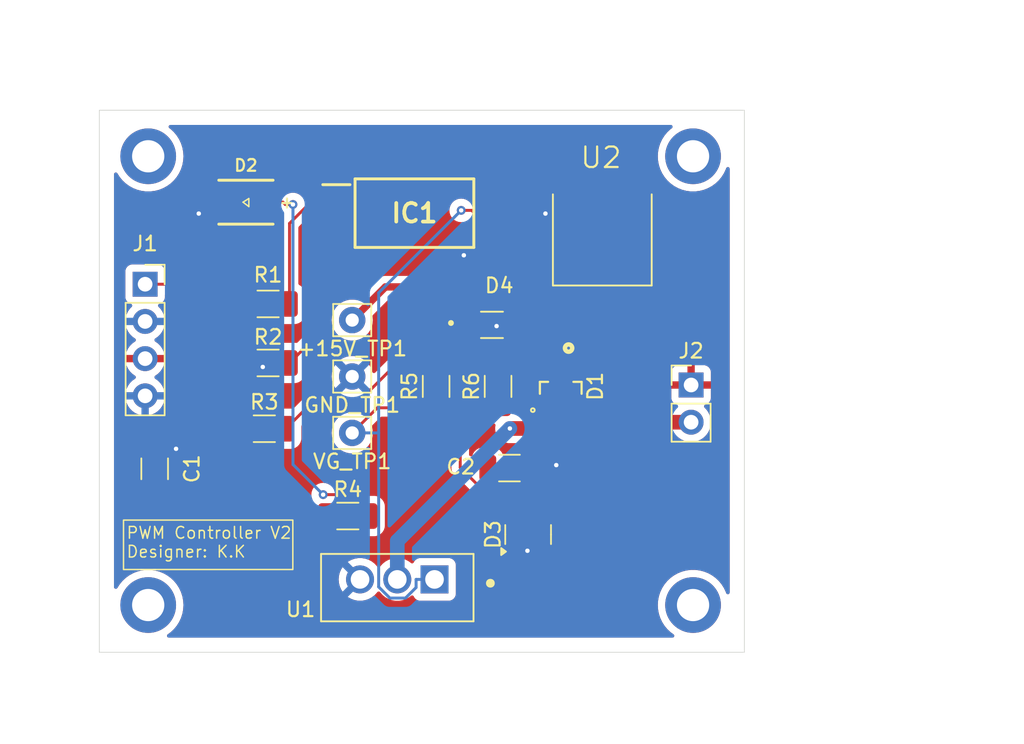
<source format=kicad_pcb>
(kicad_pcb (version 20240108) (generator "pcbnew") (generator_version "8.0")
  (title_block (title "Heater Control Circuit") (date "2024-11-12") (rev "1") (company "K.K"))
  (layers (0 "F.Cu" signal) (31 "B.Cu" signal) (34 "B.Paste" user) (35 "F.Paste" user) (36 "B.SilkS" user "B.Silkscreen") (37 "F.SilkS" user "F.Silkscreen") (38 "B.Mask" user) (39 "F.Mask" user) (44 "Edge.Cuts" user))
  (net 0 "")
  (net 1 "GND")
  (net 2 "+24V")
  (net 3 "/Vdrain")
  (net 4 "/PWM input")
  (net 5 "Net-(IC1-CATHODE)")
  (net 6 "Net-(IC1-ANODE)")
  (net 7 "/+15V")
  (net 8 "/VG")
  (net 11 "Net-(D2-Pad2)")
  (net 13 "Net-(D3-K)")
  (net 14 "Net-(D4-Pad1)")
  (net 15 "Net-(D1-Pad3)")
  (footprint "Capacitor_SMD:C_1206_3216Metric" (layer "F.Cu") (at 99.45 101.85 90)
    (property "Reference" "C1" (at 0 2.54 -90) (layer "F.SilkS"))
    (property "Value" "0.1uF")
    (fp_line (start -0.711252 -0.91) (end 0.711252 -0.91) (stroke (width 0.12)) (layer "F.SilkS"))
    (fp_line (start -0.711252 0.91) (end 0.711252 0.91) (stroke (width 0.12)) (layer "F.SilkS"))
    (pad "1" smd roundrect (at -1.475 0 90) (size 1.15 1.8) (layers "F.Cu" "F.Paste" "F.Mask") (roundrect_rratio 0.217391) (net 2 "+24V"))
    (pad "2" smd roundrect (at 1.475 0 90) (size 1.15 1.8) (layers "F.Cu" "F.Paste" "F.Mask") (roundrect_rratio 0.217391) (net 1 "GND"))
  )
  (footprint "MountingHole:MountingHole_2.2mm_M2_DIN965_Pad" (layer "F.Cu") (at 136.175 111.15)
    (property "Reference" "H4" (hide yes))
    (property "Value" "MountingHole_Pad_MP")
    (pad "1" thru_hole circle (at 0 0) (size 3.8 3.8) (drill 2.2) (layers "*.Cu" "*.Mask"))
  )
  (footprint "WL-SMTW_3528:WL-SMTW_3528" (layer "F.Cu") (at 105.675 83.65)
    (property "Reference" "D2" (at 0 -2.508 0) (layer "F.SilkS") (effects (font (size 0.8 0.8))))
    (property "Value" "KA-3528SGT")
    (fp_line (start -1.85 -1.5) (end 1.85 -1.5) (stroke (width 0.2)) (layer "F.SilkS"))
    (fp_line (start -0.2 0) (end 0.2 -0.25) (stroke (width 0.1)) (layer "F.SilkS"))
    (fp_line (start 0.2 -0.25) (end 0.2 0.3) (stroke (width 0.1)) (layer "F.SilkS"))
    (fp_line (start 0.2 0.3) (end -0.2 0) (stroke (width 0.1)) (layer "F.SilkS"))
    (fp_line (start 1.85 1.5) (end -1.85 1.5) (stroke (width 0.2)) (layer "F.SilkS"))
    (fp_text user "+" (at 2.8 0 0) (layer "F.SilkS") (effects (font (size 0.8 0.8))))
    (pad "1" smd rect (at -1.425 0) (size 1.6 2.4) (layers "F.Cu" "F.Paste" "F.Mask") (net 1 "GND"))
    (pad "2" smd rect (at 1.425 0) (size 1.6 2.4) (layers "F.Cu" "F.Paste" "F.Mask") (net 11 "Net-(D2-Pad2)"))
  )
  (footprint "Connector_Pin:Pin_D0.9mm_L10.0mm_W2.4mm_FlatFork" (layer "F.Cu") (at 112.925 99.4)
    (property "Reference" "VG_TP1" (at 0 1.95 0) (layer "F.SilkS"))
    (property "Value" "TestPoint")
    (fp_line (start -1.3 -1.1) (end -1.3 0.6) (stroke (width 0.12)) (layer "F.SilkS"))
    (fp_line (start -1.3 0.6) (end -1.3 1.1) (stroke (width 0.12)) (layer "F.SilkS"))
    (fp_line (start -1.3 1.1) (end 1.3 1.1) (stroke (width 0.12)) (layer "F.SilkS"))
    (fp_line (start 1.3 -1.1) (end -1.3 -1.1) (stroke (width 0.12)) (layer "F.SilkS"))
    (fp_line (start 1.3 1.1) (end 1.3 -1.1) (stroke (width 0.12)) (layer "F.SilkS"))
    (pad "1" thru_hole circle (at 0 0) (size 1.8 1.8) (drill 0.9) (layers "*.Cu" "*.Mask") (net 8 "/VG"))
  )
  (footprint "Connector_Pin:Pin_D0.9mm_L10.0mm_W2.4mm_FlatFork" (layer "F.Cu") (at 112.925 95.55)
    (property "Reference" "GND_TP1" (at 0 1.95 0) (layer "F.SilkS"))
    (property "Value" "TestPoint")
    (fp_line (start -1.3 -1.1) (end -1.3 0.6) (stroke (width 0.12)) (layer "F.SilkS"))
    (fp_line (start -1.3 0.6) (end -1.3 1.1) (stroke (width 0.12)) (layer "F.SilkS"))
    (fp_line (start -1.3 1.1) (end 1.3 1.1) (stroke (width 0.12)) (layer "F.SilkS"))
    (fp_line (start 1.3 -1.1) (end -1.3 -1.1) (stroke (width 0.12)) (layer "F.SilkS"))
    (fp_line (start 1.3 1.1) (end 1.3 -1.1) (stroke (width 0.12)) (layer "F.SilkS"))
    (pad "1" thru_hole circle (at 0 0) (size 1.8 1.8) (drill 0.9) (layers "*.Cu" "*.Mask") (net 1 "GND"))
  )
  (footprint "Connector_Pin:Pin_D0.9mm_L10.0mm_W2.4mm_FlatFork" (layer "F.Cu") (at 112.925 91.7)
    (property "Reference" "+15V_TP1" (at 0 1.95 0) (layer "F.SilkS"))
    (property "Value" "TestPoint")
    (fp_line (start -1.3 -1.1) (end -1.3 0.6) (stroke (width 0.12)) (layer "F.SilkS"))
    (fp_line (start -1.3 0.6) (end -1.3 1.1) (stroke (width 0.12)) (layer "F.SilkS"))
    (fp_line (start -1.3 1.1) (end 1.3 1.1) (stroke (width 0.12)) (layer "F.SilkS"))
    (fp_line (start 1.3 -1.1) (end -1.3 -1.1) (stroke (width 0.12)) (layer "F.SilkS"))
    (fp_line (start 1.3 1.1) (end 1.3 -1.1) (stroke (width 0.12)) (layer "F.SilkS"))
    (pad "1" thru_hole circle (at 0 0) (size 1.8 1.8) (drill 0.9) (layers "*.Cu" "*.Mask") (net 7 "/+15V"))
  )
  (footprint "Resistor_SMD:R_1206_3216Metric" (layer "F.Cu") (at 106.93 99.115)
    (property "Reference" "R3" (at 0 -1.82 0) (layer "F.SilkS"))
    (property "Value" "2.4k")
    (fp_line (start -0.727064 -0.91) (end 0.727064 -0.91) (stroke (width 0.12)) (layer "F.SilkS"))
    (fp_line (start -0.727064 0.91) (end 0.727064 0.91) (stroke (width 0.12)) (layer "F.SilkS"))
    (pad "1" smd roundrect (at -1.4625 0) (size 1.125 1.75) (layers "F.Cu" "F.Paste" "F.Mask") (roundrect_rratio 0.222222) (net 2 "+24V"))
    (pad "2" smd roundrect (at 1.4625 0) (size 1.125 1.75) (layers "F.Cu" "F.Paste" "F.Mask") (roundrect_rratio 0.222222) (net 15 "Net-(D1-Pad3)"))
  )
  (footprint "BAS70-7:SOT23" (layer "F.Cu") (at 127.15 96.575 90)
    (property "Reference" "D1" (at 0.3538 2.354 -90) (layer "F.SilkS") (effects (font (size 1.001362 1.001362))))
    (property "Value" "PMEG3005ET-QR")
    (fp_line (start 0.6604 -1.4224) (end 0.6604 -0.8636) (stroke (width 0.1524)) (layer "F.SilkS"))
    (fp_line (start -0.1524 -1.4224) (end 0.6604 -1.4224) (stroke (width 0.1524)) (layer "F.SilkS"))
    (fp_line (start 0.6604 0.8636) (end 0.6604 1.4224) (stroke (width 0.1524)) (layer "F.SilkS"))
    (fp_line (start 0.6604 1.4224) (end -0.1524 1.4224) (stroke (width 0.1524)) (layer "F.SilkS"))
    (fp_circle (center -1.27 -1.905) (end -1.143 -1.905) (stroke (width 0.127)) (fill none) (layer "F.SilkS"))
    (pad "1" smd rect (at -1.1 -0.95 90) (size 1.4 1) (layers "F.Cu" "F.Paste" "F.Mask") (net 3 "/Vdrain"))
    (pad "2" smd rect (at -1.1 0.95 90) (size 1.4 1) (layers "F.Cu" "F.Paste" "F.Mask"))
    (pad "3" smd rect (at 1.1 0 90) (size 1.4 1) (layers "F.Cu" "F.Paste" "F.Mask") (net 15 "Net-(D1-Pad3)"))
  )
  (footprint "UCC23513QDWYRQ1:SOIC127P1150X355-6N" (layer "F.Cu") (at 117.17 84.4)
    (property "Reference" "IC1" (at 0 0 0) (layer "F.SilkS") (effects (font (size 1.27 1.27) (thickness 0.254))))
    (property "Value" "UCC23513QDWYRQ1" (hide yes))
    (fp_line (start -6.25 -1.945) (end -4.4 -1.945) (stroke (width 0.2)) (layer "F.SilkS"))
    (fp_line (start -4.05 -2.34) (end 4.05 -2.34) (stroke (width 0.2)) (layer "F.SilkS"))
    (fp_line (start -4.05 2.34) (end -4.05 -2.34) (stroke (width 0.2)) (layer "F.SilkS"))
    (fp_line (start 4.05 -2.34) (end 4.05 2.34) (stroke (width 0.2)) (layer "F.SilkS"))
    (fp_line (start 4.05 2.34) (end -4.05 2.34) (stroke (width 0.2)) (layer "F.SilkS"))
    (pad "1" smd rect (at -5.325 -1.27 90) (size 0.65 1.85) (layers "F.Cu" "F.Paste" "F.Mask") (net 6 "Net-(IC1-ANODE)"))
    (pad "2" smd rect (at -5.325 0 90) (size 0.65 1.85) (layers "F.Cu" "F.Paste" "F.Mask"))
    (pad "3" smd rect (at -5.325 1.27 90) (size 0.65 1.85) (layers "F.Cu" "F.Paste" "F.Mask") (net 5 "Net-(IC1-CATHODE)"))
    (pad "4" smd rect (at 5.325 1.27 90) (size 0.65 1.85) (layers "F.Cu" "F.Paste" "F.Mask") (net 1 "GND"))
    (pad "5" smd rect (at 5.325 0 90) (size 0.65 1.85) (layers "F.Cu" "F.Paste" "F.Mask") (net 8 "/VG"))
    (pad "6" smd rect (at 5.325 -1.27 90) (size 0.65 1.85) (layers "F.Cu" "F.Paste" "F.Mask") (net 7 "/+15V"))
  )
  (footprint "Resistor_SMD:R_1206_3216Metric" (layer "F.Cu") (at 107.1875 90.595)
    (property "Reference" "R1" (at -0.01 -1.98 0) (layer "F.SilkS"))
    (property "Value" "130R")
    (fp_line (start -0.727064 -0.91) (end 0.727064 -0.91) (stroke (width 0.12)) (layer "F.SilkS"))
    (fp_line (start -0.727064 0.91) (end 0.727064 0.91) (stroke (width 0.12)) (layer "F.SilkS"))
    (pad "1" smd roundrect (at -1.4625 0) (size 1.125 1.75) (layers "F.Cu" "F.Paste" "F.Mask") (roundrect_rratio 0.222222) (net 4 "/PWM input"))
    (pad "2" smd roundrect (at 1.4625 0) (size 1.125 1.75) (layers "F.Cu" "F.Paste" "F.Mask") (roundrect_rratio 0.222222) (net 6 "Net-(IC1-ANODE)"))
  )
  (footprint "Connector_PinSocket_2.54mm:PinSocket_1x04_P2.54mm_Vertical" (layer "F.Cu") (at 98.8 89.25)
    (property "Reference" "J1" (at 0 -2.77 0) (layer "F.SilkS"))
    (property "Value" "Conn_01x04_Pin")
    (fp_line (start -1.33 1.27) (end -1.33 8.95) (stroke (width 0.12)) (layer "F.SilkS"))
    (fp_line (start -1.33 1.27) (end 1.33 1.27) (stroke (width 0.12)) (layer "F.SilkS"))
    (fp_line (start -1.33 8.95) (end 1.33 8.95) (stroke (width 0.12)) (layer "F.SilkS"))
    (fp_line (start 0 -1.33) (end 1.33 -1.33) (stroke (width 0.12)) (layer "F.SilkS"))
    (fp_line (start 1.33 -1.33) (end 1.33 0) (stroke (width 0.12)) (layer "F.SilkS"))
    (fp_line (start 1.33 1.27) (end 1.33 8.95) (stroke (width 0.12)) (layer "F.SilkS"))
    (pad "1" thru_hole rect (at 0 0) (size 1.7 1.7) (drill 1) (layers "*.Cu" "*.Mask") (net 4 "/PWM input"))
    (pad "2" thru_hole oval (at 0 2.54) (size 1.7 1.7) (drill 1) (layers "*.Cu" "*.Mask") (net 1 "GND"))
    (pad "3" thru_hole oval (at 0 5.08) (size 1.7 1.7) (drill 1) (layers "*.Cu" "*.Mask") (net 2 "+24V"))
    (pad "4" thru_hole oval (at 0 7.62) (size 1.7 1.7) (drill 1) (layers "*.Cu" "*.Mask") (net 1 "GND"))
  )
  (footprint "MountingHole:MountingHole_2.2mm_M2_DIN965_Pad" (layer "F.Cu") (at 99.0092 80.5172)
    (property "Reference" "H1" (hide yes))
    (property "Value" "MountingHole_Pad_MP")
    (pad "1" thru_hole circle (at 0 0) (size 3.8 3.8) (drill 2.2) (layers "*.Cu" "*.Mask"))
  )
  (footprint "Resistor_SMD:R_1206_3216Metric" (layer "F.Cu") (at 122.875 96.225 90)
    (property "Reference" "R6" (at 0 -1.82 -90) (layer "F.SilkS"))
    (property "Value" "1.1k")
    (fp_line (start -0.727064 -0.91) (end 0.727064 -0.91) (stroke (width 0.12)) (layer "F.SilkS"))
    (fp_line (start -0.727064 0.91) (end 0.727064 0.91) (stroke (width 0.12)) (layer "F.SilkS"))
    (pad "1" smd roundrect (at -1.4625 0 90) (size 1.125 1.75) (layers "F.Cu" "F.Paste" "F.Mask") (roundrect_rratio 0.222222) (net 2 "+24V"))
    (pad "2" smd roundrect (at 1.4625 0 90) (size 1.125 1.75) (layers "F.Cu" "F.Paste" "F.Mask") (roundrect_rratio 0.222222) (net 14 "Net-(D4-Pad1)"))
  )
  (footprint "MountingHole:MountingHole_2.2mm_M2_DIN965_Pad" (layer "F.Cu") (at 136.175 80.5172)
    (property "Reference" "H2" (hide yes))
    (property "Value" "MountingHole_Pad_MP")
    (pad "1" thru_hole circle (at 0 0) (size 3.8 3.8) (drill 2.2) (layers "*.Cu" "*.Mask"))
  )
  (footprint "Resistor_SMD:R_1206_3216Metric" (layer "F.Cu") (at 112.625 105.075)
    (property "Reference" "R4" (at 0 -1.82 0) (layer "F.SilkS"))
    (property "Value" "1.1k")
    (fp_line (start -0.727064 -0.91) (end 0.727064 -0.91) (stroke (width 0.12)) (layer "F.SilkS"))
    (fp_line (start -0.727064 0.91) (end 0.727064 0.91) (stroke (width 0.12)) (layer "F.SilkS"))
    (pad "1" smd roundrect (at -1.4625 0) (size 1.125 1.75) (layers "F.Cu" "F.Paste" "F.Mask") (roundrect_rratio 0.222222) (net 2 "+24V"))
    (pad "2" smd roundrect (at 1.4625 0) (size 1.125 1.75) (layers "F.Cu" "F.Paste" "F.Mask") (roundrect_rratio 0.222222) (net 11 "Net-(D2-Pad2)"))
  )
  (footprint "STP55NF06L:TO254P1040X460X1935-3" (layer "F.Cu") (at 118.54 109.4 180)
    (property "Reference" "U1" (at 9.14 -2.05 180) (layer "F.SilkS"))
    (property "Value" "STP55NF06L")
    (fp_line (start 7.74 1.74) (end -2.66 1.74) (stroke (width 0.127)) (layer "F.SilkS"))
    (fp_line (start 7.74 -2.86) (end 7.74 1.74) (stroke (width 0.127)) (layer "F.SilkS"))
    (fp_line (start -2.66 1.74) (end -2.66 -2.86) (stroke (width 0.127)) (layer "F.SilkS"))
    (fp_line (start -2.66 -2.86) (end 7.74 -2.86) (stroke (width 0.127)) (layer "F.SilkS"))
    (fp_circle (center -3.81 -0.26) (end -3.66 -0.26) (stroke (width 0.3)) (fill none) (layer "F.SilkS"))
    (pad "1" thru_hole rect (at 0 0 180) (size 1.91 1.91) (drill 1.27) (layers "*.Cu" "*.Mask") (net 8 "/VG"))
    (pad "2" thru_hole circle (at 2.54 0 180) (size 1.91 1.91) (drill 1.27) (layers "*.Cu" "*.Mask") (net 3 "/Vdrain"))
    (pad "3" thru_hole circle (at 5.08 0 180) (size 1.91 1.91) (drill 1.27) (layers "*.Cu" "*.Mask") (net 1 "GND"))
  )
  (footprint "MC7805BDTRKG:DPAK229P990X238-4N" (layer "F.Cu") (at 129.985 87.21)
    (property "Reference" "U2" (at -0.0876 -6.6006 0) (layer "F.SilkS") (effects (font (size 1.4 1.4))))
    (property "Value" "MC7815CDTRKG")
    (fp_line (start -3.37 2.128) (end -3.37 -4.093) (stroke (width 0.127)) (layer "F.SilkS"))
    (fp_line (start 3.37 -4.093) (end 3.37 2.128) (stroke (width 0.127)) (layer "F.SilkS"))
    (fp_line (start 3.37 2.128) (end -3.37 2.128) (stroke (width 0.127)) (layer "F.SilkS"))
    (fp_circle (center -2.3 6.4) (end -2.2 6.4) (stroke (width 0.3)) (fill none) (layer "F.SilkS"))
    (pad "1" smd rect (at -2.29 4.14) (size 0.97 2.83) (layers "F.Cu" "F.Paste" "F.Mask") (net 2 "+24V"))
    (pad "2" smd rect (at 0 -2.51) (size 5.63 6.09) (layers "F.Cu" "F.Mask") (net 1 "GND"))
    (pad "3" smd rect (at 2.29 4.14) (size 0.97 2.83) (layers "F.Cu" "F.Paste" "F.Mask") (net 7 "/+15V"))
  )
  (footprint "Capacitor_SMD:C_1206_3216Metric" (layer "F.Cu") (at 123.65 101.8)
    (property "Reference" "C2" (at -3.3214 -0.0866 0) (layer "F.SilkS"))
    (property "Value" "0.33uF")
    (fp_line (start -0.711252 -0.91) (end 0.711252 -0.91) (stroke (width 0.12)) (layer "F.SilkS"))
    (fp_line (start -0.711252 0.91) (end 0.711252 0.91) (stroke (width 0.12)) (layer "F.SilkS"))
    (pad "1" smd roundrect (at -1.475 0) (size 1.15 1.8) (layers "F.Cu" "F.Paste" "F.Mask") (roundrect_rratio 0.217391) (net 2 "+24V"))
    (pad "2" smd roundrect (at 1.475 0) (size 1.15 1.8) (layers "F.Cu" "F.Paste" "F.Mask") (roundrect_rratio 0.217391) (net 1 "GND"))
  )
  (footprint "Resistor_SMD:R_1206_3216Metric" (layer "F.Cu") (at 107.1875 94.625)
    (property "Reference" "R2" (at 0 -1.77 0) (layer "F.SilkS"))
    (property "Value" "130R")
    (fp_line (start -0.727064 -0.91) (end 0.727064 -0.91) (stroke (width 0.12)) (layer "F.SilkS"))
    (fp_line (start -0.727064 0.91) (end 0.727064 0.91) (stroke (width 0.12)) (layer "F.SilkS"))
    (pad "1" smd roundrect (at -1.4625 0) (size 1.125 1.75) (layers "F.Cu" "F.Paste" "F.Mask") (roundrect_rratio 0.222222) (net 1 "GND"))
    (pad "2" smd roundrect (at 1.4625 0) (size 1.125 1.75) (layers "F.Cu" "F.Paste" "F.Mask") (roundrect_rratio 0.222222) (net 5 "Net-(IC1-CATHODE)"))
  )
  (footprint "Resistor_SMD:R_1206_3216Metric" (layer "F.Cu") (at 118.65 96.225 90)
    (property "Reference" "R5" (at 0 -1.82 -90) (layer "F.SilkS"))
    (property "Value" "15k")
    (fp_line (start -0.727064 -0.91) (end 0.727064 -0.91) (stroke (width 0.12)) (layer "F.SilkS"))
    (fp_line (start -0.727064 0.91) (end 0.727064 0.91) (stroke (width 0.12)) (layer "F.SilkS"))
    (pad "1" smd roundrect (at -1.4625 0 90) (size 1.125 1.75) (layers "F.Cu" "F.Paste" "F.Mask") (roundrect_rratio 0.222222) (net 8 "/VG"))
    (pad "2" smd roundrect (at 1.4625 0 90) (size 1.125 1.75) (layers "F.Cu" "F.Paste" "F.Mask") (roundrect_rratio 0.222222) (net 13 "Net-(D3-K)"))
  )
  (footprint "BZD27C10P:SODFL3618X143N" (layer "F.Cu") (at 122.4567 92.025)
    (property "Reference" "D4" (at 0.495 -2.685 0) (layer "F.SilkS"))
    (property "Value" "BZD27C24P R3G")
    (fp_line (start -0.75 -0.9) (end 0.75 -0.9) (stroke (width 0.127)) (layer "F.SilkS"))
    (fp_line (start -0.75 0.9) (end 0.75 0.9) (stroke (width 0.127)) (layer "F.SilkS"))
    (fp_circle (center -2.795 -0.127) (end -2.695 -0.127) (stroke (width 0.2)) (fill none) (layer "F.SilkS"))
    (pad "1" smd rect (at -1.55 0) (size 1.11 1.22) (layers "F.Cu" "F.Paste" "F.Mask") (net 14 "Net-(D4-Pad1)"))
    (pad "2" smd rect (at 1.55 0) (size 1.11 1.22) (layers "F.Cu" "F.Paste" "F.Mask") (net 1 "GND"))
  )
  (footprint "Package_TO_SOT_SMD:SOT-23" (layer "F.Cu") (at 124.925 106.3375 90)
    (property "Reference" "D3" (at 0 -2.4 90) (layer "F.SilkS"))
    (property "Value" "BZX84C15")
    (fp_line (start 0 -1.56) (end 0.65 -1.56) (stroke (width 0.12)) (layer "F.SilkS"))
    (fp_line (start 0 -1.56) (end -0.65 -1.56) (stroke (width 0.12)) (layer "F.SilkS"))
    (fp_line (start 0 1.56) (end 0.65 1.56) (stroke (width 0.12)) (layer "F.SilkS"))
    (fp_line (start 0 1.56) (end -0.65 1.56) (stroke (width 0.12)) (layer "F.SilkS"))
    (fp_poly (pts (xy -1.1625 -1.51) (xy -1.4025 -1.84) (xy -0.9225 -1.84) (xy -1.1625 -1.51)) (stroke (width 0.12)) (fill solid) (layer "F.SilkS"))
    (pad "1" smd roundrect (at -0.9375 -0.95 90) (size 1.475 0.6) (layers "F.Cu" "F.Paste" "F.Mask") (net 1 "GND"))
    (pad "2" smd roundrect (at -0.9375 0.95 90) (size 1.475 0.6) (layers "F.Cu" "F.Paste" "F.Mask"))
    (pad "3" smd roundrect (at 0.9375 0 90) (size 1.475 0.6) (layers "F.Cu" "F.Paste" "F.Mask") (net 13 "Net-(D3-K)"))
  )
  (footprint "MountingHole:MountingHole_2.2mm_M2_DIN965_Pad" (layer "F.Cu") (at 99.0092 111.15)
    (property "Reference" "H3" (hide yes))
    (property "Value" "MountingHole_Pad_MP")
    (pad "1" thru_hole circle (at 0 0) (size 3.8 3.8) (drill 2.2) (layers "*.Cu" "*.Mask"))
  )
  (footprint "Connector_PinHeader_2.54mm:PinHeader_1x02_P2.54mm_Vertical" (layer "F.Cu") (at 136.0424 96.1296)
    (property "Reference" "J2" (at 0 -2.33 0) (layer "F.SilkS"))
    (property "Value" "Conn_01x02_Pin")
    (fp_line (start -1.33 -1.33) (end 0 -1.33) (stroke (width 0.12)) (layer "F.SilkS"))
    (fp_line (start -1.33 0) (end -1.33 -1.33) (stroke (width 0.12)) (layer "F.SilkS"))
    (fp_line (start -1.33 1.27) (end -1.33 3.87) (stroke (width 0.12)) (layer "F.SilkS"))
    (fp_line (start -1.33 1.27) (end 1.33 1.27) (stroke (width 0.12)) (layer "F.SilkS"))
    (fp_line (start -1.33 3.87) (end 1.33 3.87) (stroke (width 0.12)) (layer "F.SilkS"))
    (fp_line (start 1.33 1.27) (end 1.33 3.87) (stroke (width 0.12)) (layer "F.SilkS"))
    (pad "1" thru_hole rect (at 0 0) (size 1.7 1.7) (drill 1) (layers "*.Cu" "*.Mask") (net 2 "+24V"))
    (pad "2" thru_hole oval (at 0 2.54) (size 1.7 1.7) (drill 1) (layers "*.Cu" "*.Mask") (net 3 "/Vdrain"))
  )
  (gr_rect (start 97.325 105.35) (end 108.875 108.725) (stroke (width 0.1)) (fill none) (layer "F.SilkS"))
  (gr_rect (start 95.675 77.375) (end 139.675 114.375) (stroke (width 0.05)) (fill none) (layer "Edge.Cuts"))
  (gr_text "PWM Controller V2\nDesigner: K.K" (at 97.475 107.975 0) (layer "F.SilkS") (effects (font (size 0.8 0.8) (thickness 0.1)) (justify left bottom)))
  (segment (start 125.3272 101.5978) (end 125.125 101.8) (width 0.5) (layer "F.Cu") (net 1))
  (segment (start 99.5604 100.4854) (end 99.45 100.375) (width 0.5) (layer "F.Cu") (net 1))
  (segment (start 100.9097 100.4854) (end 99.5604 100.4854) (width 0.5) (layer "F.Cu") (net 1))
  (segment (start 122.495 85.67) (end 121.1183 85.67) (width 0.5) (layer "F.Cu") (net 1))
  (segment (start 124.8773 107.4449) (end 124.1449 107.4449) (width 0.5) (layer "F.Cu") (net 1))
  (segment (start 126.4465 84.4282) (end 126.7183 84.7) (width 0.5) (layer "F.Cu") (net 1))
  (segment (start 122.9164 92.1086) (end 123 92.025) (width 0.5) (layer "F.Cu") (net 1))
  (segment (start 122.7735 92.1086) (end 122.9164 92.1086) (width 0.5) (layer "F.Cu") (net 1))
  (segment (start 126.8449 101.5978) (end 125.3272 101.5978) (width 0.5) (layer "F.Cu") (net 1))
  (segment (start 102.4592 84.4282) (end 102.9983 83.8891) (width 0.5) (layer "F.Cu") (net 1))
  (segment (start 120.5398 86.2485) (end 121.1183 85.67) (width 0.5) (layer "F.Cu") (net 1))
  (segment (start 126.106 84.4282) (end 126.4465 84.4282) (width 0.5) (layer "F.Cu") (net 1))
  (segment (start 124.1449 107.4449) (end 123.975 107.275) (width 0.5) (layer "F.Cu") (net 1))
  (segment (start 106.8252 94.8988) (end 105.9988 94.8988) (width 0.5) (layer "F.Cu") (net 1))
  (segment (start 124.0067 92.025) (end 123 92.025) (width 0.5) (layer "F.Cu") (net 1))
  (segment (start 104.25 83.65) (end 102.9983 83.65) (width 0.5) (layer "F.Cu") (net 1))
  (segment (start 120.5398 87.2757) (end 120.5398 86.2485) (width 0.5) (layer "F.Cu") (net 1))
  (segment (start 102.9983 83.8891) (end 102.9983 83.65) (width 0.5) (layer "F.Cu") (net 1))
  (segment (start 105.9988 94.8988) (end 105.725 94.625) (width 0.5) (layer "F.Cu") (net 1))
  (segment (start 129.985 84.7) (end 126.7183 84.7) (width 0.5) (layer "F.Cu") (net 1))
  (via (at 102.4592 84.4282) (size 0.6) (drill 0.3) (layers "F.Cu" "B.Cu") (net 1))
  (via (at 126.8449 101.5978) (size 0.6) (drill 0.3) (layers "F.Cu" "B.Cu") (net 1))
  (via (at 122.7735 92.1086) (size 0.6) (drill 0.3) (layers "F.Cu" "B.Cu") (net 1))
  (via (at 120.5398 87.2757) (size 0.6) (drill 0.3) (layers "F.Cu" "B.Cu") (net 1))
  (via (at 100.9097 100.4854) (size 0.6) (drill 0.3) (layers "F.Cu" "B.Cu") (net 1))
  (via (at 126.106 84.4282) (size 0.6) (drill 0.3) (layers "F.Cu" "B.Cu") (net 1))
  (via (at 124.8773 107.4449) (size 0.6) (drill 0.3) (layers "F.Cu" "B.Cu") (net 1))
  (via (at 106.8252 94.8988) (size 0.6) (drill 0.3) (layers "F.Cu" "B.Cu") (net 1))
  (segment (start 136.0424 98.6696) (end 134.4907 98.6696) (width 1) (layer "F.Cu") (net 3))
  (segment (start 123.6802 99.0974) (end 126.1793 99.0974) (width 1) (layer "F.Cu") (net 3))
  (segment (start 126.2 97.675) (end 126.2 99.0767) (width 1) (layer "F.Cu") (net 3))
  (segment (start 134.4907 98.6696) (end 134.0836 99.0767) (width 1) (layer "F.Cu") (net 3))
  (segment (start 126.1793 99.0974) (end 126.2 99.0767) (width 1) (layer "F.Cu") (net 3))
  (segment (start 134.0836 99.0767) (end 126.2 99.0767) (width 1) (layer "F.Cu") (net 3))
  (via (at 123.6802 99.0974) (size 0.6) (drill 0.3) (layers "F.Cu" "B.Cu") (net 3))
  (segment (start 116 109.4) (end 116 106.7776) (width 1) (layer "B.Cu") (net 3))
  (segment (start 116 106.7776) (end 123.6802 99.0974) (width 1) (layer "B.Cu") (net 3))
  (segment (start 104.38 89.25) (end 105.725 90.595) (width 0.2) (layer "F.Cu") (net 4))
  (segment (start 98.8 89.25) (end 104.38 89.25) (width 0.2) (layer "F.Cu") (net 4))
  (segment (start 110.6183 85.67) (end 110.6183 92.6567) (width 0.2) (layer "F.Cu") (net 5))
  (segment (start 110.6183 92.6567) (end 108.65 94.625) (width 0.2) (layer "F.Cu") (net 5))
  (segment (start 111.845 85.67) (end 110.6183 85.67) (width 0.2) (layer "F.Cu") (net 5))
  (segment (start 111.845 83.13) (end 110.6183 83.13) (width 0.2) (layer "F.Cu") (net 6))
  (segment (start 108.65 85.0983) (end 108.65 90.595) (width 0.2) (layer "F.Cu") (net 6))
  (segment (start 110.6183 83.13) (end 108.65 85.0983) (width 0.2) (layer "F.Cu") (net 6))
  (segment (start 123.8717 89.4341) (end 115.1909 89.4341) (width 0.5) (layer "F.Cu") (net 7))
  (segment (start 129.4224 89.4341) (end 123.8717 89.4341) (width 0.5) (layer "F.Cu") (net 7))
  (segment (start 123.8717 83.13) (end 123.8717 89.4341) (width 0.5) (layer "F.Cu") (net 7))
  (segment (start 122.495 83.13) (end 123.8717 83.13) (width 0.5) (layer "F.Cu") (net 7))
  (segment (start 132.275 91.35) (end 131.3383 91.35) (width 0.5) (layer "F.Cu") (net 7))
  (segment (start 131.3383 91.35) (end 129.4224 89.4341) (width 0.5) (layer "F.Cu") (net 7))
  (segment (start 115.1909 89.4341) (end 112.925 91.7) (width 0.5) (layer "F.Cu") (net 7))
  (segment (start 121.077 84.2087) (end 121.2683 84.4) (width 0.2) (layer "F.Cu") (net 8))
  (segment (start 120.3593 84.2087) (end 121.077 84.2087) (width 0.2) (layer "F.Cu") (net 8))
  (segment (start 114.6375 97.6875) (end 118.65 97.6875) (width 0.2) (layer "F.Cu") (net 8))
  (segment (start 122.495 84.4) (end 121.2683 84.4) (width 0.2) (layer "F.Cu") (net 8))
  (segment (start 112.925 99.4) (end 114.6375 97.6875) (width 0.2) (layer "F.Cu") (net 8))
  (via (at 120.3593 84.2087) (size 0.6) (drill 0.3) (layers "F.Cu" "B.Cu") (net 8))
  (segment (start 114.73 89.838) (end 120.3593 84.2087) (width 0.2) (layer "B.Cu") (net 8))
  (segment (start 118.54 109.4) (end 117.2833 109.4) (width 0.2) (layer "B.Cu") (net 8))
  (segment (start 117.2833 109.9498) (end 116.5601 110.673) (width 0.2) (layer "B.Cu") (net 8))
  (segment (start 114.73 99.4) (end 114.73 89.838) (width 0.2) (layer "B.Cu") (net 8))
  (segment (start 117.2833 109.4) (end 117.2833 109.9498) (width 0.2) (layer "B.Cu") (net 8))
  (segment (start 116.5601 110.673) (end 115.4929 110.673) (width 0.2) (layer "B.Cu") (net 8))
  (segment (start 114.73 99.4) (end 112.925 99.4) (width 0.2) (layer "B.Cu") (net 8))
  (segment (start 115.4929 110.673) (end 114.73 109.9101) (width 0.2) (layer "B.Cu") (net 8))
  (segment (start 114.73 109.9101) (end 114.73 99.4) (width 0.2) (layer "B.Cu") (net 8))
  (segment (start 108.359 83.8073) (end 108.2017 83.65) (width 0.2) (layer "F.Cu") (net 11))
  (segment (start 112.6263 103.6138) (end 110.9437 103.6138) (width 0.2) (layer "F.Cu") (net 11))
  (segment (start 114.0875 105.075) (end 112.6263 103.6138) (width 0.2) (layer "F.Cu") (net 11))
  (segment (start 107.1 83.65) (end 108.2017 83.65) (width 0.2) (layer "F.Cu") (net 11))
  (segment (start 108.8844 83.8073) (end 108.359 83.8073) (width 0.2) (layer "F.Cu") (net 11))
  (via (at 110.9437 103.6138) (size 0.6) (drill 0.3) (layers "F.Cu" "B.Cu") (net 11))
  (via (at 108.8844 83.8073) (size 0.6) (drill 0.3) (layers "F.Cu" "B.Cu") (net 11))
  (segment (start 110.9437 103.6138) (end 108.8844 101.5545) (width 0.2) (layer "B.Cu") (net 11))
  (segment (start 108.8844 101.5545) (end 108.8844 83.8073) (width 0.2) (layer "B.Cu") (net 11))
  (segment (start 120.2944 96.4069) (end 118.65 94.7625) (width 0.2) (layer "F.Cu") (net 13))
  (segment (start 123.9325 105.4) (end 120.2944 101.7619) (width 0.2) (layer "F.Cu") (net 13))
  (segment (start 124.925 105.4) (end 123.9325 105.4) (width 0.2) (layer "F.Cu") (net 13))
  (segment (start 120.2944 101.7619) (end 120.2944 96.4069) (width 0.2) (layer "F.Cu") (net 13))
  (segment (start 120.9067 92.025) (end 120.9067 92.9367) (width 0.2) (layer "F.Cu") (net 14))
  (segment (start 120.9067 92.9367) (end 121.0492 92.9367) (width 0.2) (layer "F.Cu") (net 14))
  (segment (start 121.0492 92.9367) (end 122.875 94.7625) (width 0.2) (layer "F.Cu") (net 14))
  (segment (start 120.0026 93.8499) (end 116.7779 93.8499) (width 0.2) (layer "F.Cu") (net 15))
  (segment (start 121.8152 95.6625) (end 120.0026 93.8499) (width 0.2) (layer "F.Cu") (net 15))
  (segment (start 127.15 95.475) (end 126.3483 95.475) (width 0.2) (layer "F.Cu") (net 15))
  (segment (start 110.0325 97.475) (end 108.3925 99.115) (width 0.2) (layer "F.Cu") (net 15))
  (segment (start 126.1608 95.6625) (end 121.8152 95.6625) (width 0.2) (layer "F.Cu") (net 15))
  (segment (start 126.3483 95.475) (end 126.1608 95.6625) (width 0.2) (layer "F.Cu") (net 15))
  (segment (start 113.1528 97.475) (end 110.0325 97.475) (width 0.2) (layer "F.Cu") (net 15))
  (segment (start 116.7779 93.8499) (end 113.1528 97.475) (width 0.2) (layer "F.Cu") (net 15))
  (zone (net 2) (net_name "+24V") (layer "F.Cu") (connect_pads (clearance 0.5)) (min_thickness 0.25) (fill yes (thermal_gap 0.5) (thermal_bridge_width 0.5))
    (polygon (pts (xy 157.48 69.85) (xy 157.48 118.11) (xy 90.17 118.11) (xy 90.17 69.85)))
  )
  (zone (net 1) (net_name "GND") (layer "B.Cu") (priority 1) (connect_pads (clearance 0.5)) (min_thickness 0.25) (fill yes (thermal_gap 0.5) (thermal_bridge_width 0.5))
    (polygon (pts (xy 88.9 69.85) (xy 158.75 69.85) (xy 158.75 120.65) (xy 88.9 120.65)))
  )
)
</source>
